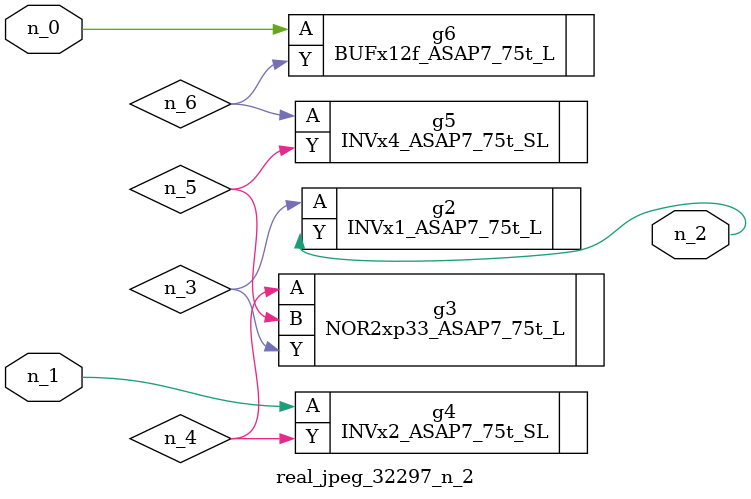
<source format=v>
module real_jpeg_32297_n_2 (n_1, n_0, n_2);

input n_1;
input n_0;

output n_2;

wire n_5;
wire n_4;
wire n_6;
wire n_3;

BUFx12f_ASAP7_75t_L g6 ( 
.A(n_0),
.Y(n_6)
);

INVx2_ASAP7_75t_SL g4 ( 
.A(n_1),
.Y(n_4)
);

INVx1_ASAP7_75t_L g2 ( 
.A(n_3),
.Y(n_2)
);

NOR2xp33_ASAP7_75t_L g3 ( 
.A(n_4),
.B(n_5),
.Y(n_3)
);

INVx4_ASAP7_75t_SL g5 ( 
.A(n_6),
.Y(n_5)
);


endmodule
</source>
